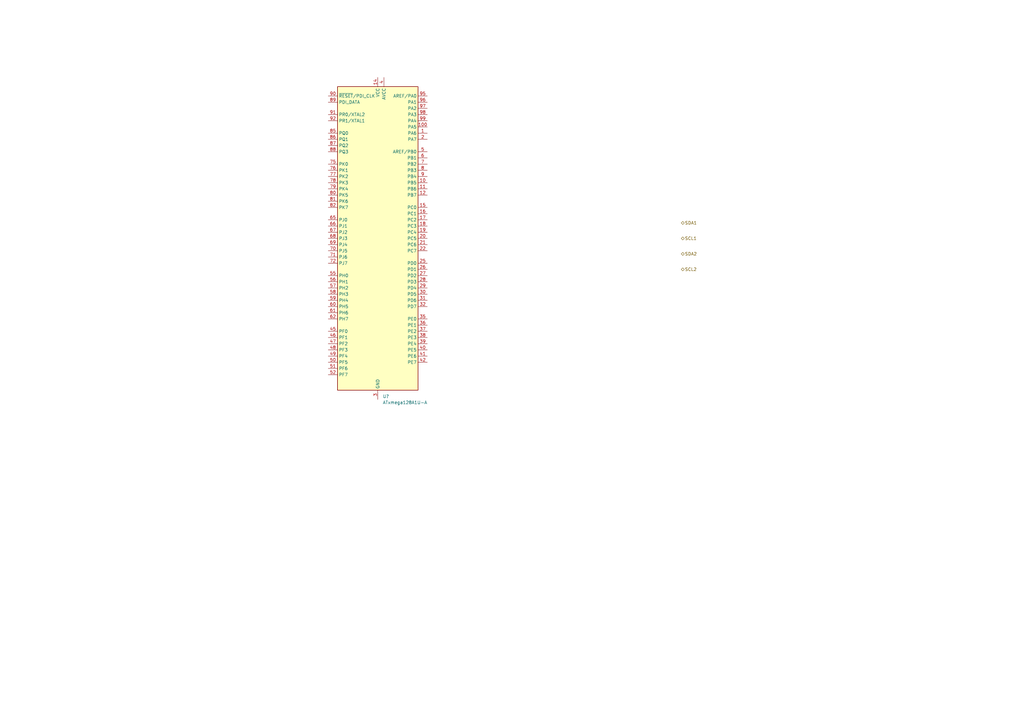
<source format=kicad_sch>
(kicad_sch (version 20211123) (generator eeschema)
  (paper "A3")
  (lib_symbols
    (symbol "MCU_Microchip_ATmega:ATxmega128A1U-A"
      (property "Reference" "U" (at 0 1.27 0))
      (property "Value" "ATxmega128A1U-A" (at 0 -1.27 0))
      (symbol "ATxmega128A1U-A_0_1"
        (rectangle (start -16.51 -62.23) (end 16.51 62.23) (stroke (width 0.254)) (fill (type background)))
      )
      (symbol "ATxmega128A1U-A_1_1"
        (pin bidirectional line (at 20.32 43.18 180) (length 3.81) (name "PA6") (number "1"))
        (pin bidirectional line (at 20.32 22.86 180) (length 3.81) (name "PB5") (number "10"))
        (pin bidirectional line (at 20.32 45.72 180) (length 3.81) (name "PA5") (number "100"))
        (pin bidirectional line (at 20.32 20.32 180) (length 3.81) (name "PB6") (number "11"))
        (pin bidirectional line (at 20.32 17.78 180) (length 3.81) (name "PB7") (number "12"))
        (pin passive line (at 0 -66.04 90) (length 3.81) hide (name "GND") (number "13"))
        (pin power_in line (at 0 66.04 270) (length 3.81) (name "VCC") (number "14"))
        (pin bidirectional line (at 20.32 12.7 180) (length 3.81) (name "PC0") (number "15"))
        (pin bidirectional line (at 20.32 10.16 180) (length 3.81) (name "PC1") (number "16"))
        (pin bidirectional line (at 20.32 7.62 180) (length 3.81) (name "PC2") (number "17"))
        (pin bidirectional line (at 20.32 5.08 180) (length 3.81) (name "PC3") (number "18"))
        (pin bidirectional line (at 20.32 2.54 180) (length 3.81) (name "PC4") (number "19"))
        (pin bidirectional line (at 20.32 40.64 180) (length 3.81) (name "PA7") (number "2"))
        (pin bidirectional line (at 20.32 0 180) (length 3.81) (name "PC5") (number "20"))
        (pin bidirectional line (at 20.32 -2.54 180) (length 3.81) (name "PC6") (number "21"))
        (pin bidirectional line (at 20.32 -5.08 180) (length 3.81) (name "PC7") (number "22"))
        (pin passive line (at 0 -66.04 90) (length 3.81) hide (name "GND") (number "23"))
        (pin passive line (at 0 66.04 270) (length 3.81) hide (name "VCC") (number "24"))
        (pin bidirectional line (at 20.32 -10.16 180) (length 3.81) (name "PD0") (number "25"))
        (pin bidirectional line (at 20.32 -12.7 180) (length 3.81) (name "PD1") (number "26"))
        (pin bidirectional line (at 20.32 -15.24 180) (length 3.81) (name "PD2") (number "27"))
        (pin bidirectional line (at 20.32 -17.78 180) (length 3.81) (name "PD3") (number "28"))
        (pin bidirectional line (at 20.32 -20.32 180) (length 3.81) (name "PD4") (number "29"))
        (pin power_in line (at 0 -66.04 90) (length 3.81) (name "GND") (number "3"))
        (pin bidirectional line (at 20.32 -22.86 180) (length 3.81) (name "PD5") (number "30"))
        (pin bidirectional line (at 20.32 -25.4 180) (length 3.81) (name "PD6") (number "31"))
        (pin bidirectional line (at 20.32 -27.94 180) (length 3.81) (name "PD7") (number "32"))
        (pin passive line (at 0 -66.04 90) (length 3.81) hide (name "GND") (number "33"))
        (pin passive line (at 0 66.04 270) (length 3.81) hide (name "VCC") (number "34"))
        (pin bidirectional line (at 20.32 -33.02 180) (length 3.81) (name "PE0") (number "35"))
        (pin bidirectional line (at 20.32 -35.56 180) (length 3.81) (name "PE1") (number "36"))
        (pin bidirectional line (at 20.32 -38.1 180) (length 3.81) (name "PE2") (number "37"))
        (pin bidirectional line (at 20.32 -40.64 180) (length 3.81) (name "PE3") (number "38"))
        (pin bidirectional line (at 20.32 -43.18 180) (length 3.81) (name "PE4") (number "39"))
        (pin power_in line (at 2.54 66.04 270) (length 3.81) (name "AVCC") (number "4"))
        (pin bidirectional line (at 20.32 -45.72 180) (length 3.81) (name "PE5") (number "40"))
        (pin bidirectional line (at 20.32 -48.26 180) (length 3.81) (name "PE6") (number "41"))
        (pin bidirectional line (at 20.32 -50.8 180) (length 3.81) (name "PE7") (number "42"))
        (pin passive line (at 0 -66.04 90) (length 3.81) hide (name "GND") (number "43"))
        (pin passive line (at 0 66.04 270) (length 3.81) hide (name "VCC") (number "44"))
        (pin bidirectional line (at -20.32 -38.1 0) (length 3.81) (name "PF0") (number "45"))
        (pin bidirectional line (at -20.32 -40.64 0) (length 3.81) (name "PF1") (number "46"))
        (pin bidirectional line (at -20.32 -43.18 0) (length 3.81) (name "PF2") (number "47"))
        (pin bidirectional line (at -20.32 -45.72 0) (length 3.81) (name "PF3") (number "48"))
        (pin bidirectional line (at -20.32 -48.26 0) (length 3.81) (name "PF4") (number "49"))
        (pin bidirectional line (at 20.32 35.56 180) (length 3.81) (name "AREF/PB0") (number "5"))
        (pin bidirectional line (at -20.32 -50.8 0) (length 3.81) (name "PF5") (number "50"))
        (pin bidirectional line (at -20.32 -53.34 0) (length 3.81) (name "PF6") (number "51"))
        (pin bidirectional line (at -20.32 -55.88 0) (length 3.81) (name "PF7") (number "52"))
        (pin passive line (at 0 -66.04 90) (length 3.81) hide (name "GND") (number "53"))
        (pin passive line (at 0 66.04 270) (length 3.81) hide (name "VCC") (number "54"))
        (pin bidirectional line (at -20.32 -15.24 0) (length 3.81) (name "PH0") (number "55"))
        (pin bidirectional line (at -20.32 -17.78 0) (length 3.81) (name "PH1") (number "56"))
        (pin bidirectional line (at -20.32 -20.32 0) (length 3.81) (name "PH2") (number "57"))
        (pin bidirectional line (at -20.32 -22.86 0) (length 3.81) (name "PH3") (number "58"))
        (pin bidirectional line (at -20.32 -25.4 0) (length 3.81) (name "PH4") (number "59"))
        (pin bidirectional line (at 20.32 33.02 180) (length 3.81) (name "PB1") (number "6"))
        (pin bidirectional line (at -20.32 -27.94 0) (length 3.81) (name "PH5") (number "60"))
        (pin bidirectional line (at -20.32 -30.48 0) (length 3.81) (name "PH6") (number "61"))
        (pin bidirectional line (at -20.32 -33.02 0) (length 3.81) (name "PH7") (number "62"))
        (pin passive line (at 0 -66.04 90) (length 3.81) hide (name "GND") (number "63"))
        (pin passive line (at 0 66.04 270) (length 3.81) hide (name "VCC") (number "64"))
        (pin bidirectional line (at -20.32 7.62 0) (length 3.81) (name "PJ0") (number "65"))
        (pin bidirectional line (at -20.32 5.08 0) (length 3.81) (name "PJ1") (number "66"))
        (pin bidirectional line (at -20.32 2.54 0) (length 3.81) (name "PJ2") (number "67"))
        (pin bidirectional line (at -20.32 0 0) (length 3.81) (name "PJ3") (number "68"))
        (pin bidirectional line (at -20.32 -2.54 0) (length 3.81) (name "PJ4") (number "69"))
        (pin bidirectional line (at 20.32 30.48 180) (length 3.81) (name "PB2") (number "7"))
        (pin bidirectional line (at -20.32 -5.08 0) (length 3.81) (name "PJ5") (number "70"))
        (pin bidirectional line (at -20.32 -7.62 0) (length 3.81) (name "PJ6") (number "71"))
        (pin bidirectional line (at -20.32 -10.16 0) (length 3.81) (name "PJ7") (number "72"))
        (pin passive line (at 0 -66.04 90) (length 3.81) hide (name "GND") (number "73"))
        (pin passive line (at 0 66.04 270) (length 3.81) hide (name "VCC") (number "74"))
        (pin bidirectional line (at -20.32 30.48 0) (length 3.81) (name "PK0") (number "75"))
        (pin bidirectional line (at -20.32 27.94 0) (length 3.81) (name "PK1") (number "76"))
        (pin bidirectional line (at -20.32 25.4 0) (length 3.81) (name "PK2") (number "77"))
        (pin bidirectional line (at -20.32 22.86 0) (length 3.81) (name "PK3") (number "78"))
        (pin bidirectional line (at -20.32 20.32 0) (length 3.81) (name "PK4") (number "79"))
        (pin bidirectional line (at 20.32 27.94 180) (length 3.81) (name "PB3") (number "8"))
        (pin bidirectional line (at -20.32 17.78 0) (length 3.81) (name "PK5") (number "80"))
        (pin bidirectional line (at -20.32 15.24 0) (length 3.81) (name "PK6") (number "81"))
        (pin bidirectional line (at -20.32 12.7 0) (length 3.81) (name "PK7") (number "82"))
        (pin passive line (at 0 66.04 270) (length 3.81) hide (name "VCC") (number "83"))
        (pin passive line (at 0 -66.04 90) (length 3.81) hide (name "GND") (number "84"))
        (pin bidirectional line (at -20.32 43.18 0) (length 3.81) (name "PQ0") (number "85"))
        (pin bidirectional line (at -20.32 40.64 0) (length 3.81) (name "PQ1") (number "86"))
        (pin bidirectional line (at -20.32 38.1 0) (length 3.81) (name "PQ2") (number "87"))
        (pin bidirectional line (at -20.32 35.56 0) (length 3.81) (name "PQ3") (number "88"))
        (pin bidirectional line (at -20.32 55.88 0) (length 3.81) (name "PDI_DATA") (number "89"))
        (pin bidirectional line (at 20.32 25.4 180) (length 3.81) (name "PB4") (number "9"))
        (pin input line (at -20.32 58.42 0) (length 3.81) (name "~{RESET}/PDI_CLK") (number "90"))
        (pin bidirectional line (at -20.32 50.8 0) (length 3.81) (name "PR0/XTAL2") (number "91"))
        (pin bidirectional line (at -20.32 48.26 0) (length 3.81) (name "PR1/XTAL1") (number "92"))
        (pin passive line (at 0 -66.04 90) (length 3.81) hide (name "GND") (number "93"))
        (pin passive line (at 2.54 66.04 270) (length 3.81) hide (name "AVCC") (number "94"))
        (pin bidirectional line (at 20.32 58.42 180) (length 3.81) (name "AREF/PA0") (number "95"))
        (pin bidirectional line (at 20.32 55.88 180) (length 3.81) (name "PA1") (number "96"))
        (pin bidirectional line (at 20.32 53.34 180) (length 3.81) (name "PA2") (number "97"))
        (pin bidirectional line (at 20.32 50.8 180) (length 3.81) (name "PA3") (number "98"))
        (pin bidirectional line (at 20.32 48.26 180) (length 3.81) (name "PA4") (number "99"))
      )
    )
  )
  (hierarchical_label "SDA1" (shape bidirectional) (at 279.4 91.44 0))
  (hierarchical_label "SCL1" (shape bidirectional) (at 279.4 97.79 0))
  (hierarchical_label "SCL2" (shape bidirectional) (at 279.4 110.49 0))
  (hierarchical_label "SDA2" (shape bidirectional) (at 279.4 104.14 0))
  (symbol (lib_id "MCU_Microchip_ATmega:ATxmega128A1U-A") (at 154.94 97.79 0) (unit 1)
    (property "Reference" "U?" (at 156.9594 162.56 0) (effects (justify left)))
    (property "Value" "ATxmega128A1U-A" (at 156.9594 165.1 0) (effects (justify left)))
    (property "Footprint" "Package_QFP:TQFP-100_14x14mm_P0.5mm" (effects hide))
    (property "Datasheet" "http://ww1.microchip.com/downloads/en/DeviceDoc/Atmel-8385-8-and-16-bit-AVR-Microcontroller-ATxmega64A1U-ATxmega128A1U_datasheet.pdf" (effects hide))
  )
)
</source>
